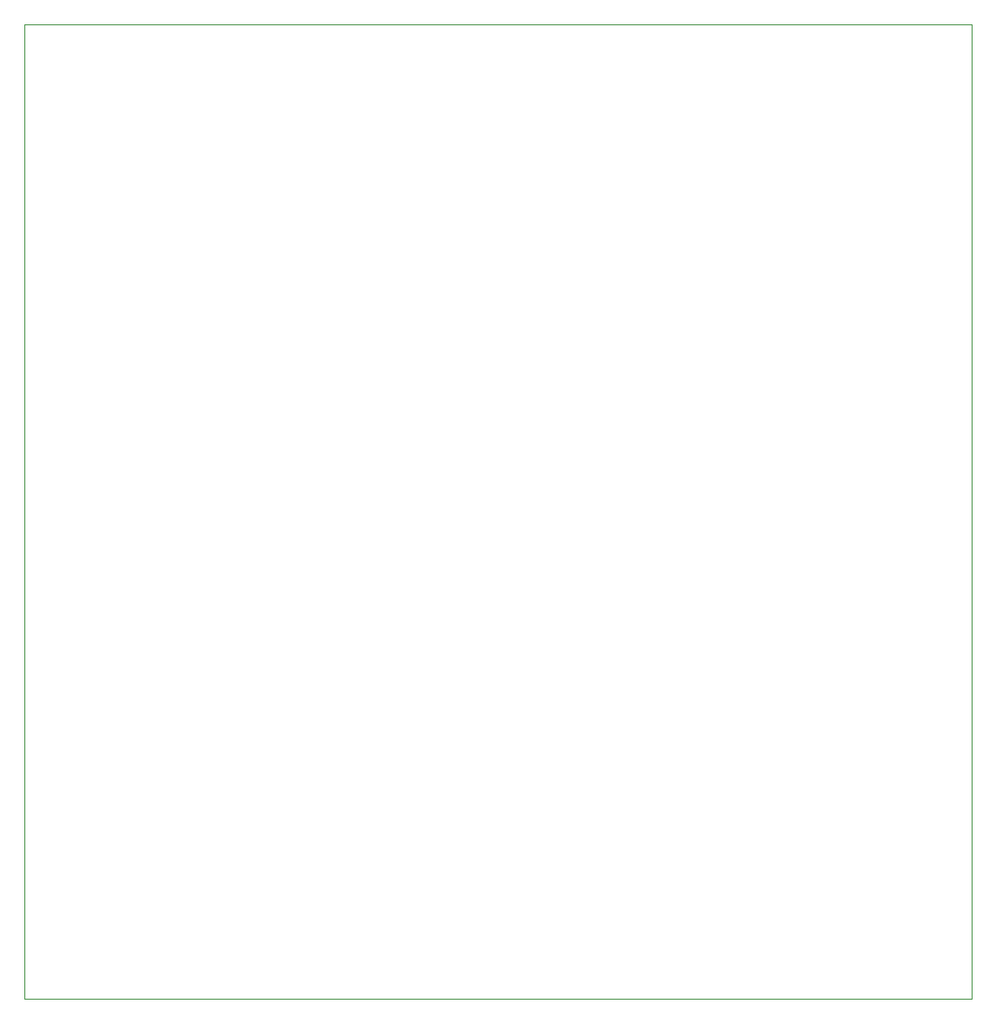
<source format=gbr>
%TF.GenerationSoftware,KiCad,Pcbnew,7.0.1-3b83917a11~172~ubuntu22.04.1*%
%TF.CreationDate,2023-04-03T22:42:06+01:00*%
%TF.ProjectId,adsr_vca_fx,61647372-5f76-4636-915f-66782e6b6963,rev?*%
%TF.SameCoordinates,Original*%
%TF.FileFunction,Profile,NP*%
%FSLAX46Y46*%
G04 Gerber Fmt 4.6, Leading zero omitted, Abs format (unit mm)*
G04 Created by KiCad (PCBNEW 7.0.1-3b83917a11~172~ubuntu22.04.1) date 2023-04-03 22:42:06*
%MOMM*%
%LPD*%
G01*
G04 APERTURE LIST*
%TA.AperFunction,Profile*%
%ADD10C,0.100000*%
%TD*%
G04 APERTURE END LIST*
D10*
X76200000Y-50800000D02*
X165100000Y-50800000D01*
X165100000Y-142240000D01*
X76200000Y-142240000D01*
X76200000Y-50800000D01*
M02*

</source>
